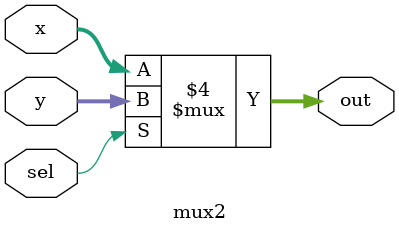
<source format=v>
module mux2(x,y,sel,out);
  input [15:0] x, y;
  input sel;
  output reg [15:0] out;

  always@(x,y,sel)begin
    if(sel==0)
      out=x;
    else
      out=y;
  end
endmodule

</source>
